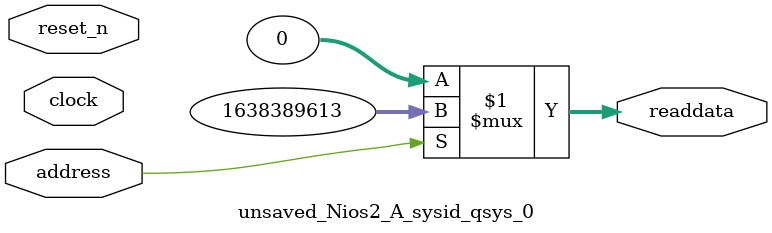
<source format=v>



// synthesis translate_off
`timescale 1ns / 1ps
// synthesis translate_on

// turn off superfluous verilog processor warnings 
// altera message_level Level1 
// altera message_off 10034 10035 10036 10037 10230 10240 10030 

module unsaved_Nios2_A_sysid_qsys_0 (
               // inputs:
                address,
                clock,
                reset_n,

               // outputs:
                readdata
             )
;

  output  [ 31: 0] readdata;
  input            address;
  input            clock;
  input            reset_n;

  wire    [ 31: 0] readdata;
  //control_slave, which is an e_avalon_slave
  assign readdata = address ? 1638389613 : 0;

endmodule



</source>
